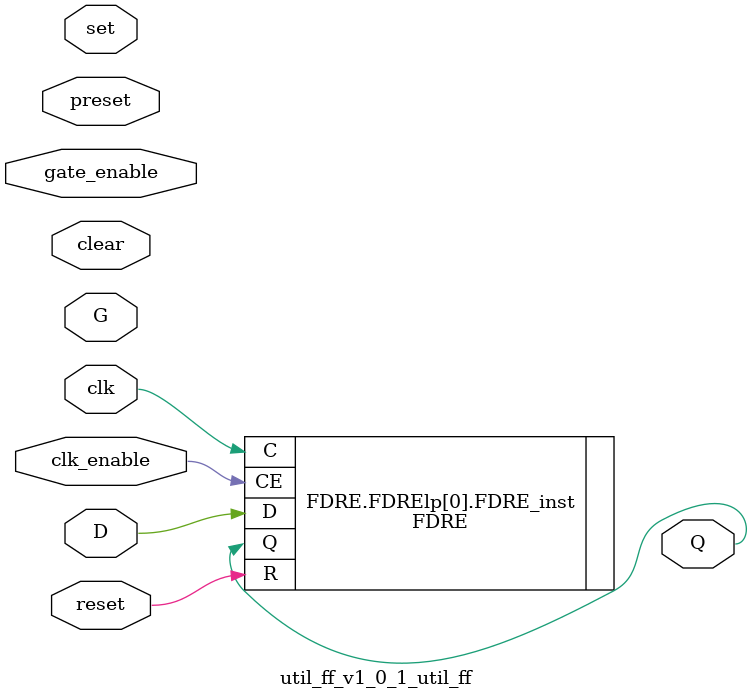
<source format=v>
`timescale 1ns/1ps

module util_ff_v1_0_1_util_ff
 #(
   parameter [0:0]         C_CLR_INVERTED  = 1'b0,
   parameter [0:0]         C_PRE_INVERTED  = 1'b0,
   parameter [0:0]         C_R_INVERTED    = 1'b0,
   parameter [0:0]         C_S_INVERTED    = 1'b0,
   parameter [0:0]         C_C_INVERTED    = 1'b0,
   parameter [0:0]         C_D_INVERTED    = 1'b0,
   parameter [0:0]         C_G_INVERTED    = 1'b0,
   parameter integer       C_WIDTH         = 1,
   parameter [C_WIDTH-1:0] C_INIT          = 'h0,
   parameter integer       C_FF_TYPE       = 1,
   parameter integer       C_FF_LEVELS     = 1
  )
  (
   input  [C_WIDTH-1:0] D,
   input                clk,
   input                set,
   input                clear,
   input                reset,
   input                preset,
   input                clk_enable,
   input                gate_enable,
   input                G,
   output [C_WIDTH-1:0] Q

  );

genvar i,j;
generate 
  if (C_FF_TYPE == 2)
  begin : FDCE
    for (i = 0; i < C_WIDTH; i = i + 1)
    begin : FDCElp
      // FDCE: D Flip-Flop with Clock Enable and Asynchronous Clear
      FDCE 
        #(
         .INIT            (C_INIT[i]),
         .IS_CLR_INVERTED (C_CLR_INVERTED),
         .IS_C_INVERTED   (C_C_INVERTED),
         .IS_D_INVERTED   (C_D_INVERTED)
         )
        FDCE_inst 
         (
         .Q               (Q[i]),
         .C               (clk),
         .CE              (clk_enable),
         .CLR             (clear),
         .D               (D[i])
         );
    end
  end
endgenerate

generate 
  if (C_FF_TYPE == 3)
  begin : FDSE
    for (i = 0; i < C_WIDTH; i = i + 1)
    begin : FDSElp
      // FDSE: D Flip-Flop with Clock Enable and Synchronous Set
      FDSE 
        #(
         .INIT            (C_INIT[i]),
         .IS_S_INVERTED   (C_S_INVERTED),
         .IS_C_INVERTED   (C_C_INVERTED),
         .IS_D_INVERTED   (C_D_INVERTED)
         )
        FDSE_inst 
         (
         .Q               (Q[i]),
         .C               (clk),
         .CE              (clk_enable),
         .S               (set),
         .D               (D[i])
         );
    end
  end
endgenerate

generate 
  if (C_FF_TYPE == 4)
  begin : FDPE
    for (i = 0; i < C_WIDTH; i = i + 1)
    begin : FDPElp
      // FDPE: D Flip-Flop with Clock Enable and Asynchronous Preset
      FDPE 
        #(
         .INIT            (C_INIT[i]),
         .IS_PRE_INVERTED (C_PRE_INVERTED),
         .IS_C_INVERTED   (C_C_INVERTED),
         .IS_D_INVERTED   (C_D_INVERTED)
         )
        FDPE_inst 
         (
         .Q               (Q[i]),
         .C               (clk),
         .CE              (clk_enable),
         .PRE               (preset),
         .D               (D[i])
         );
    end
  end
endgenerate

generate 
  if (C_FF_TYPE == 1)
  begin : FDRE
    for (i = 0; i < C_WIDTH; i = i + 1)
    begin : FDRElp
      // FDRE: D Flip-Flop with Clock Enable and Synchronous Reset
      FDRE 
        #(
         .INIT            (C_INIT[i]),
         .IS_R_INVERTED   (C_R_INVERTED),
         .IS_C_INVERTED   (C_C_INVERTED),
         .IS_D_INVERTED   (C_D_INVERTED)
         )
        FDRE_inst 
         (
         .Q               (Q[i]),
         .C               (clk),
         .CE              (clk_enable),
         .R               (reset),
         .D               (D[i])
         );
    end
  end
endgenerate

generate 
  if (C_FF_TYPE == 5)
  begin : LDCE
    for (i = 0; i < C_WIDTH; i = i + 1)
    begin : LDCElp
      // LDCE: Transparent Latch with Clock Enable and Asynchronous Clear
      LDCE 
        #(
         .INIT            (C_INIT[i]),
         .IS_CLR_INVERTED (C_CLR_INVERTED),
         .IS_G_INVERTED   (C_G_INVERTED)
         )
         LDCE_inst 
         (
         .Q              (Q[i]),
         .CLR            (clear),
         .D              (D[i]),
         .G              (G),
         .GE             (gate_enable)
         );
    end
  end
endgenerate

generate 
  if (C_FF_TYPE == 6)
  begin : LDPE
    for (i = 0; i < C_WIDTH; i = i + 1)
    begin : LDPElp
      // LDPE: Transparent Latch with Clock Enable and Asynchronous Preset
      LDPE 
        #(
         .INIT            (C_INIT[i]),
         .IS_PRE_INVERTED (C_PRE_INVERTED),
         .IS_G_INVERTED   (C_G_INVERTED)
         )
         LDPE_inst
         (
         .Q              (Q[i]),
         .PRE            (preset),
         .D              (D[i]),
         .G              (G),
         .GE             (gate_enable)
         );
    end
  end
endgenerate

endmodule 



</source>
